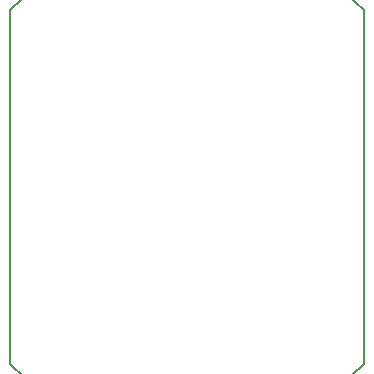
<source format=gbr>
G04 DipTrace 3.2.0.1*
G04 Ãðàíèöûïëàòû.gbr*
%MOMM*%
G04 #@! TF.FileFunction,Profile*
G04 #@! TF.Part,Single*
%ADD11C,0.14*%
%FSLAX35Y35*%
G04*
G71*
G90*
G75*
G01*
G04 BoardOutline*
%LPD*%
X1500000Y1500000D2*
D11*
G03X-1500000Y1500000I-1500000J-1575000D01*
G01*
Y-1500000D1*
G03X1500000Y-1500000I1500000J1575000D01*
G01*
Y-375000D1*
Y900000D1*
Y1500000D1*
M02*

</source>
